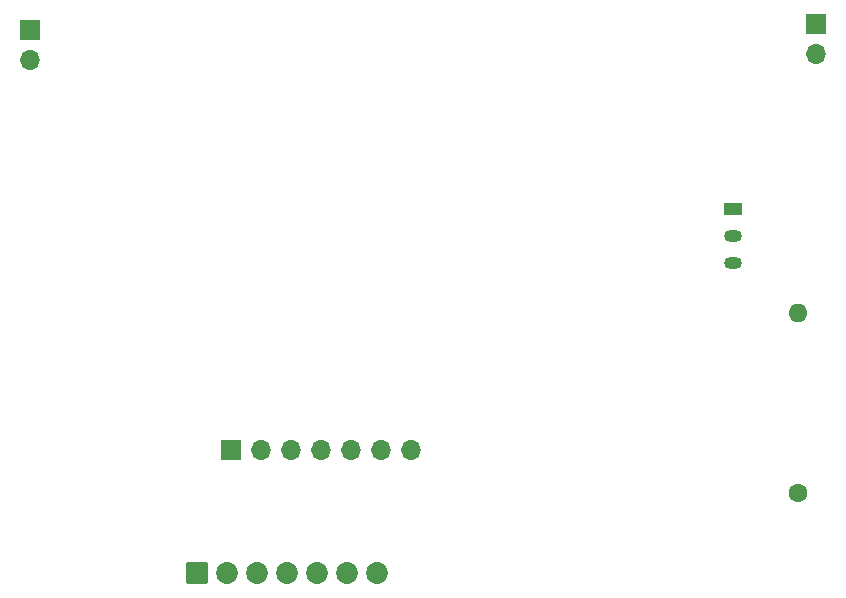
<source format=gbr>
%TF.GenerationSoftware,KiCad,Pcbnew,8.0.6*%
%TF.CreationDate,2025-01-04T10:48:04+08:00*%
%TF.ProjectId,Internal Chamber,496e7465-726e-4616-9c20-4368616d6265,rev?*%
%TF.SameCoordinates,Original*%
%TF.FileFunction,Soldermask,Top*%
%TF.FilePolarity,Negative*%
%FSLAX46Y46*%
G04 Gerber Fmt 4.6, Leading zero omitted, Abs format (unit mm)*
G04 Created by KiCad (PCBNEW 8.0.6) date 2025-01-04 10:48:04*
%MOMM*%
%LPD*%
G01*
G04 APERTURE LIST*
G04 Aperture macros list*
%AMRoundRect*
0 Rectangle with rounded corners*
0 $1 Rounding radius*
0 $2 $3 $4 $5 $6 $7 $8 $9 X,Y pos of 4 corners*
0 Add a 4 corners polygon primitive as box body*
4,1,4,$2,$3,$4,$5,$6,$7,$8,$9,$2,$3,0*
0 Add four circle primitives for the rounded corners*
1,1,$1+$1,$2,$3*
1,1,$1+$1,$4,$5*
1,1,$1+$1,$6,$7*
1,1,$1+$1,$8,$9*
0 Add four rect primitives between the rounded corners*
20,1,$1+$1,$2,$3,$4,$5,0*
20,1,$1+$1,$4,$5,$6,$7,0*
20,1,$1+$1,$6,$7,$8,$9,0*
20,1,$1+$1,$8,$9,$2,$3,0*%
G04 Aperture macros list end*
%ADD10R,1.700000X1.700000*%
%ADD11O,1.700000X1.700000*%
%ADD12C,1.854000*%
%ADD13RoundRect,0.102000X-0.825000X-0.825000X0.825000X-0.825000X0.825000X0.825000X-0.825000X0.825000X0*%
%ADD14O,1.600000X1.600000*%
%ADD15C,1.600000*%
%ADD16O,1.500000X1.050000*%
%ADD17R,1.500000X1.050000*%
G04 APERTURE END LIST*
D10*
%TO.C,J3*%
X146250000Y-68710000D03*
D11*
X146250000Y-71250000D03*
%TD*%
D10*
%TO.C,J2*%
X212750000Y-68210000D03*
D11*
X212750000Y-70750000D03*
%TD*%
D12*
%TO.C,U1*%
X175640000Y-114650000D03*
X173100000Y-114650000D03*
X170560000Y-114650000D03*
X168020000Y-114650000D03*
X165480000Y-114650000D03*
X162940000Y-114650000D03*
D13*
X160400000Y-114650000D03*
%TD*%
D14*
%TO.C,R1*%
X211250000Y-92630000D03*
D15*
X211250000Y-107870000D03*
%TD*%
D10*
%TO.C,J1*%
X163260000Y-104250000D03*
D11*
X165800000Y-104250000D03*
X168340000Y-104250000D03*
X170880000Y-104250000D03*
X173420000Y-104250000D03*
X175960000Y-104250000D03*
X178500000Y-104250000D03*
%TD*%
D16*
%TO.C,U3*%
X205750000Y-88420000D03*
X205750000Y-86150000D03*
D17*
X205750000Y-83880000D03*
%TD*%
M02*

</source>
